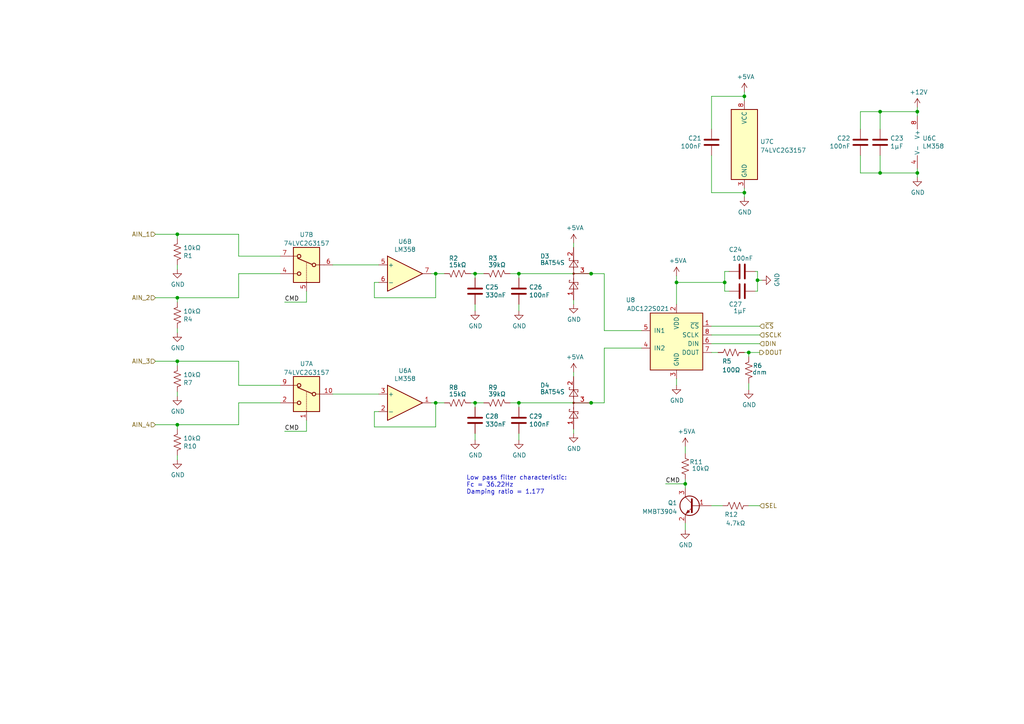
<source format=kicad_sch>
(kicad_sch (version 20231120) (generator "eeschema") (generator_version "8.0")
  (paper "A4")
  (title_block (title "Analog Inputs") (rev "1.1") (comment 2 "Released under CC BY-NC-SA license"))
  (lib_symbols
    (symbol "Amplifier_Operational:LM358" (pin_names (offset 0.127))
      (property "Reference" "U" (at 0 5.08 0))
      (property "Value" "LM358" (at 0 -5.08 0))
      (symbol "LM358_1_1"
        (polyline (pts (xy -5.08 5.08) (xy 5.08 0) (xy -5.08 -5.08) (xy -5.08 5.08)) (stroke (width 0.254)) (fill (type background)))
        (pin output line (at 7.62 0 180) (length 2.54) (name "~") (number "1"))
        (pin input line (at -7.62 -2.54 0) (length 2.54) (name "-") (number "2"))
        (pin input line (at -7.62 2.54 0) (length 2.54) (name "+") (number "3"))
      )
      (symbol "LM358_2_1"
        (polyline (pts (xy -5.08 5.08) (xy 5.08 0) (xy -5.08 -5.08) (xy -5.08 5.08)) (stroke (width 0.254)) (fill (type background)))
        (pin input line (at -7.62 2.54 0) (length 2.54) (name "+") (number "5"))
        (pin input line (at -7.62 -2.54 0) (length 2.54) (name "-") (number "6"))
        (pin output line (at 7.62 0 180) (length 2.54) (name "~") (number "7"))
      )
      (symbol "LM358_3_1"
        (pin power_in line (at -2.54 -7.62 90) (length 3.81) (name "V-") (number "4"))
        (pin power_in line (at -2.54 7.62 270) (length 3.81) (name "V+") (number "8"))
      )
    )
    (symbol "Device:C" (pin_numbers hide) (pin_names (offset 0.254))
      (property "Reference" "C" (at 0.635 2.54 0))
      (property "Value" "C" (at 0.635 -2.54 0))
      (symbol "C_0_1"
        (polyline (pts (xy -2.032 -0.762) (xy 2.032 -0.762)) (stroke (width 0.508)))
        (polyline (pts (xy -2.032 0.762) (xy 2.032 0.762)) (stroke (width 0.508)))
      )
      (symbol "C_1_1"
        (pin passive line (at 0 3.81 270) (length 2.794) (name "~") (number "1"))
        (pin passive line (at 0 -3.81 90) (length 2.794) (name "~") (number "2"))
      )
    )
    (symbol "Device:R_US" (pin_numbers hide) (pin_names (offset 0))
      (property "Reference" "R" (at 2.54 0 90))
      (property "Value" "R_US" (at -2.54 0 90))
      (symbol "R_US_0_1"
        (polyline (pts (xy 0 -2.286) (xy 0 -2.54)))
        (polyline (pts (xy 0 2.286) (xy 0 2.54)))
        (polyline (pts (xy 0 -0.762) (xy 1.016 -1.143) (xy 0 -1.524) (xy -1.016 -1.905) (xy 0 -2.286)))
        (polyline (pts (xy 0 0.762) (xy 1.016 0.381) (xy 0 0) (xy -1.016 -0.381) (xy 0 -0.762)))
        (polyline (pts (xy 0 2.286) (xy 1.016 1.905) (xy 0 1.524) (xy -1.016 1.143) (xy 0 0.762)))
      )
      (symbol "R_US_1_1"
        (pin passive line (at 0 3.81 270) (length 1.27) (name "~") (number "1"))
        (pin passive line (at 0 -3.81 90) (length 1.27) (name "~") (number "2"))
      )
    )
    (symbol "Diode:BAT54S" (pin_names (offset 1.016))
      (property "Reference" "D" (at 0.635 -3.81 0))
      (property "Value" "BAT54S" (at -6.35 3.175 0))
      (symbol "BAT54S_0_1"
        (polyline (pts (xy -3.81 0) (xy -1.27 0)))
        (polyline (pts (xy -3.175 -1.27) (xy -3.175 -1.016)))
        (polyline (pts (xy -2.54 -1.27) (xy -3.175 -1.27)))
        (polyline (pts (xy -2.54 -1.27) (xy -2.54 1.27)))
        (polyline (pts (xy -2.54 1.27) (xy -1.905 1.27)))
        (polyline (pts (xy -1.905 0) (xy 1.905 0)))
        (polyline (pts (xy -1.905 1.27) (xy -1.905 1.016)))
        (polyline (pts (xy 1.27 0) (xy 3.81 0)))
        (polyline (pts (xy 3.175 -1.27) (xy 3.175 -1.016)))
        (polyline (pts (xy 3.81 -1.27) (xy 3.175 -1.27)))
        (polyline (pts (xy 3.81 -1.27) (xy 3.81 1.27)))
        (polyline (pts (xy 3.81 1.27) (xy 4.445 1.27)))
        (polyline (pts (xy 4.445 1.27) (xy 4.445 1.016)))
        (polyline (pts (xy -4.445 1.27) (xy -4.445 -1.27) (xy -2.54 0) (xy -4.445 1.27)))
        (polyline (pts (xy 1.905 1.27) (xy 1.905 -1.27) (xy 3.81 0) (xy 1.905 1.27)))
        (circle (center 0 0) (radius 0.254) (fill (type outline)))
      )
      (symbol "BAT54S_1_1"
        (pin passive line (at -7.62 0 0) (length 3.81) (name "~") (number "1"))
        (pin passive line (at 7.62 0 180) (length 3.81) (name "~") (number "2"))
        (pin passive line (at 0 -5.08 90) (length 5.08) (name "~") (number "3"))
      )
    )
    (symbol "Nuovi_componenti:74LVC2G3157"
      (property "Reference" "U" (at -5.08 8.89 0))
      (property "Value" "74LVC2G3157" (at -5.08 6.985 0))
      (symbol "74LVC2G3157_1_1"
        (rectangle (start -3.81 5.08) (end 3.81 -5.08) (stroke (width 0.254)) (fill (type background)))
        (circle (center -2.159 0) (radius 0.508) (stroke (width 0.254)))
        (polyline (pts (xy -5.08 0) (xy -2.794 0)))
        (polyline (pts (xy -1.651 0.127) (xy 2.54 1.905)) (stroke (width 0.254)))
        (polyline (pts (xy 0 -5.08) (xy 0 -4.572)))
        (polyline (pts (xy 0 -4.318) (xy 0 -4.064)))
        (polyline (pts (xy 0 -3.81) (xy 0 -3.556)))
        (polyline (pts (xy 0 -3.302) (xy 0 -3.048)))
        (polyline (pts (xy 0 -2.794) (xy 0 -2.54)))
        (polyline (pts (xy 0 -2.286) (xy 0 -2.032)))
        (polyline (pts (xy 0 -1.778) (xy 0 -1.524)))
        (polyline (pts (xy 0 -1.27) (xy 0 -1.016)))
        (polyline (pts (xy 0 -0.762) (xy 0 -0.508)))
        (polyline (pts (xy 0 -0.254) (xy 0 0)))
        (polyline (pts (xy 0 0.254) (xy 0 0.508)))
        (polyline (pts (xy 5.08 -2.54) (xy 2.794 -2.54)))
        (polyline (pts (xy 5.08 2.54) (xy 2.794 2.54)))
        (circle (center 2.159 -2.54) (radius 0.508) (stroke (width 0.254)))
        (circle (center 2.159 2.54) (radius 0.508) (stroke (width 0.254)))
        (pin input line (at 0 -7.62 90) (length 2.54) (name "~") (number "1"))
        (pin passive line (at -7.62 0 0) (length 2.54) (name "~") (number "10"))
        (pin passive line (at 7.62 -2.54 180) (length 2.54) (name "~") (number "2"))
        (pin passive line (at 7.62 2.54 180) (length 2.54) (name "~") (number "9"))
      )
      (symbol "74LVC2G3157_2_1"
        (rectangle (start -3.81 5.08) (end 3.81 -5.08) (stroke (width 0.254)) (fill (type background)))
        (circle (center -2.159 0) (radius 0.508) (stroke (width 0.254)))
        (polyline (pts (xy -5.08 0) (xy -2.794 0)))
        (polyline (pts (xy -1.651 0.127) (xy 2.54 1.905)) (stroke (width 0.254)))
        (polyline (pts (xy 0 -5.08) (xy 0 -4.572)))
        (polyline (pts (xy 0 -4.318) (xy 0 -4.064)))
        (polyline (pts (xy 0 -3.81) (xy 0 -3.556)))
        (polyline (pts (xy 0 -3.302) (xy 0 -3.048)))
        (polyline (pts (xy 0 -2.794) (xy 0 -2.54)))
        (polyline (pts (xy 0 -2.286) (xy 0 -2.032)))
        (polyline (pts (xy 0 -1.778) (xy 0 -1.524)))
        (polyline (pts (xy 0 -1.27) (xy 0 -1.016)))
        (polyline (pts (xy 0 -0.762) (xy 0 -0.508)))
        (polyline (pts (xy 0 -0.254) (xy 0 0)))
        (polyline (pts (xy 0 0.254) (xy 0 0.508)))
        (polyline (pts (xy 5.08 -2.54) (xy 2.794 -2.54)))
        (polyline (pts (xy 5.08 2.54) (xy 2.794 2.54)))
        (circle (center 2.159 -2.54) (radius 0.508) (stroke (width 0.254)))
        (circle (center 2.159 2.54) (radius 0.508) (stroke (width 0.254)))
        (pin passive line (at 7.62 -2.54 180) (length 2.54) (name "~") (number "4"))
        (pin input line (at 0 -7.62 90) (length 2.54) (name "~") (number "5"))
        (pin passive line (at -7.62 0 0) (length 2.54) (name "~") (number "6"))
        (pin passive line (at 7.62 2.54 180) (length 2.54) (name "~") (number "7"))
      )
      (symbol "74LVC2G3157_3_1"
        (rectangle (start -3.81 10.16) (end 3.81 -10.16) (stroke (width 0.254)) (fill (type background)))
        (pin power_in line (at 0 -12.7 90) (length 2.54) (name "GND") (number "3"))
        (pin power_in line (at 0 12.7 270) (length 2.54) (name "VCC") (number "8"))
      )
    )
    (symbol "Nuovi_componenti:ADC122S021" (pin_names (offset 1.016))
      (property "Reference" "U" (at -6.35 8.89 0))
      (property "Value" "ADC122S021" (at 8.89 8.89 0))
      (symbol "ADC122S021_1_1"
        (rectangle (start 7.62 7.62) (end -7.62 -8.89) (stroke (width 0.254)) (fill (type background)))
        (pin input line (at 10.16 3.81 180) (length 2.54) (name "~{CS}") (number "1"))
        (pin power_in line (at 0 10.16 270) (length 2.54) (name "VDD") (number "2"))
        (pin power_in line (at 0 -11.43 90) (length 2.54) (name "GND") (number "3"))
        (pin input line (at -10.16 -2.54 0) (length 2.54) (name "IN2") (number "4"))
        (pin input line (at -10.16 2.54 0) (length 2.54) (name "IN1") (number "5"))
        (pin input line (at 10.16 -1.27 180) (length 2.54) (name "DIN") (number "6"))
        (pin output line (at 10.16 -3.81 180) (length 2.54) (name "DOUT") (number "7"))
        (pin input line (at 10.16 1.27 180) (length 2.54) (name "SCLK") (number "8"))
      )
    )
    (symbol "Transistor_BJT:MMBT3904" (pin_names (offset 0) hide)
      (property "Reference" "Q" (at 5.08 1.905 0))
      (property "Value" "MMBT3904" (at 5.08 0 0))
      (symbol "MMBT3904_0_1"
        (polyline (pts (xy 0.635 0.635) (xy 2.54 2.54)))
        (polyline (pts (xy 0.635 -0.635) (xy 2.54 -2.54) (xy 2.54 -2.54)))
        (polyline (pts (xy 0.635 1.905) (xy 0.635 -1.905) (xy 0.635 -1.905)) (stroke (width 0.508)))
        (polyline (pts (xy 1.27 -1.778) (xy 1.778 -1.27) (xy 2.286 -2.286) (xy 1.27 -1.778) (xy 1.27 -1.778)) (fill (type outline)))
        (circle (center 1.27 0) (radius 2.8194) (stroke (width 0.254)))
      )
      (symbol "MMBT3904_1_1"
        (pin input line (at -5.08 0 0) (length 5.715) (name "B") (number "1"))
        (pin passive line (at 2.54 -5.08 90) (length 2.54) (name "E") (number "2"))
        (pin passive line (at 2.54 5.08 270) (length 2.54) (name "C") (number "3"))
      )
    )
    (symbol "power:+12V" (power) (pin_names (offset 0))
      (property "Value" "+12V" (at 0 3.556 0))
      (symbol "+12V_0_1"
        (polyline (pts (xy -0.762 1.27) (xy 0 2.54)))
        (polyline (pts (xy 0 0) (xy 0 2.54)))
        (polyline (pts (xy 0 2.54) (xy 0.762 1.27)))
      )
      (symbol "+12V_1_1"
        (pin power_in line (at 0 0 90) (length 0) hide (name "+12V") (number "1"))
      )
    )
    (symbol "power:+5VA" (power) (pin_names (offset 0))
      (property "Value" "+5VA" (at 0 3.556 0))
      (symbol "+5VA_0_1"
        (polyline (pts (xy -0.762 1.27) (xy 0 2.54)))
        (polyline (pts (xy 0 0) (xy 0 2.54)))
        (polyline (pts (xy 0 2.54) (xy 0.762 1.27)))
      )
      (symbol "+5VA_1_1"
        (pin power_in line (at 0 0 90) (length 0) hide (name "+5VA") (number "1"))
      )
    )
    (symbol "power:GND" (power) (pin_names (offset 0))
      (property "Value" "GND" (at 0 -3.81 0))
      (symbol "GND_0_1"
        (polyline (pts (xy 0 0) (xy 0 -1.27) (xy 1.27 -1.27) (xy 0 -2.54) (xy -1.27 -1.27) (xy 0 -1.27)))
      )
      (symbol "GND_1_1"
        (pin power_in line (at 0 0 270) (length 0) hide (name "GND") (number "1"))
      )
    )
  )
  (junction (at 266.065 50.165))
  (junction (at 215.9 27.94))
  (junction (at 51.435 123.19))
  (junction (at 171.45 116.84))
  (junction (at 126.365 79.375))
  (junction (at 51.435 104.775))
  (junction (at 210.185 81.915))
  (junction (at 137.795 79.375))
  (junction (at 137.795 116.84))
  (junction (at 255.27 50.165))
  (junction (at 198.755 140.335))
  (junction (at 150.495 116.84))
  (junction (at 51.435 86.36))
  (junction (at 255.27 32.385))
  (junction (at 150.495 79.375))
  (junction (at 126.365 116.84))
  (junction (at 215.9 55.88))
  (junction (at 51.435 67.945))
  (junction (at 217.17 102.235))
  (junction (at 196.215 81.915))
  (junction (at 266.065 32.385))
  (junction (at 219.71 81.28))
  (junction (at 171.45 79.375))
  (wire (pts (xy 69.215 116.84) (xy 81.28 116.84)))
  (wire (pts (xy 69.215 104.775) (xy 69.215 111.76)))
  (wire (pts (xy 255.27 32.385) (xy 266.065 32.385)))
  (wire (pts (xy 211.455 84.455) (xy 210.185 84.455)))
  (wire (pts (xy 171.45 79.375) (xy 175.26 79.375)))
  (wire (pts (xy 108.585 123.825) (xy 126.365 123.825)))
  (wire (pts (xy 126.365 116.84) (xy 128.905 116.84)))
  (wire (pts (xy 217.17 146.685) (xy 220.345 146.685)))
  (wire (pts (xy 255.27 50.165) (xy 266.065 50.165)))
  (wire (pts (xy 137.795 80.645) (xy 137.795 79.375)))
  (wire (pts (xy 109.855 119.38) (xy 108.585 119.38)))
  (wire (pts (xy 211.455 78.74) (xy 210.185 78.74)))
  (wire (pts (xy 219.075 84.455) (xy 219.71 84.455)))
  (wire (pts (xy 219.71 78.74) (xy 219.075 78.74)))
  (wire (pts (xy 198.755 129.54) (xy 198.755 131.445)))
  (wire (pts (xy 45.085 67.945) (xy 51.435 67.945)))
  (wire (pts (xy 206.375 97.155) (xy 220.345 97.155)))
  (wire (pts (xy 255.27 45.085) (xy 255.27 50.165)))
  (wire (pts (xy 166.37 109.22) (xy 166.37 107.95)))
  (wire (pts (xy 150.495 118.11) (xy 150.495 116.84)))
  (wire (pts (xy 150.495 80.645) (xy 150.495 79.375)))
  (wire (pts (xy 109.855 81.915) (xy 108.585 81.915)))
  (wire (pts (xy 175.26 116.84) (xy 171.45 116.84)))
  (wire (pts (xy 51.435 86.36) (xy 51.435 87.63)))
  (wire (pts (xy 150.495 127.635) (xy 150.495 125.73)))
  (wire (pts (xy 126.365 79.375) (xy 126.365 86.36)))
  (wire (pts (xy 108.585 119.38) (xy 108.585 123.825)))
  (wire (pts (xy 175.26 100.965) (xy 175.26 116.84)))
  (wire (pts (xy 175.26 95.885) (xy 175.26 79.375)))
  (wire (pts (xy 206.375 99.695) (xy 220.345 99.695)))
  (wire (pts (xy 210.185 81.915) (xy 196.215 81.915)))
  (wire (pts (xy 108.585 86.36) (xy 126.365 86.36)))
  (wire (pts (xy 266.065 48.895) (xy 266.065 50.165)))
  (wire (pts (xy 69.215 79.375) (xy 69.215 86.36)))
  (wire (pts (xy 206.375 102.235) (xy 208.28 102.235)))
  (wire (pts (xy 51.435 123.19) (xy 51.435 124.46)))
  (wire (pts (xy 137.795 127.635) (xy 137.795 125.73)))
  (wire (pts (xy 219.71 81.28) (xy 219.71 78.74)))
  (wire (pts (xy 249.555 50.165) (xy 249.555 45.085)))
  (wire (pts (xy 166.37 88.265) (xy 166.37 86.995)))
  (wire (pts (xy 166.37 71.755) (xy 166.37 70.485)))
  (wire (pts (xy 266.065 50.165) (xy 266.065 51.435)))
  (wire (pts (xy 108.585 81.915) (xy 108.585 86.36)))
  (wire (pts (xy 51.435 78.105) (xy 51.435 76.835)))
  (wire (pts (xy 150.495 90.17) (xy 150.495 88.265)))
  (wire (pts (xy 51.435 123.19) (xy 69.215 123.19)))
  (wire (pts (xy 206.375 146.685) (xy 209.55 146.685)))
  (wire (pts (xy 215.9 27.94) (xy 215.9 29.21)))
  (wire (pts (xy 215.9 102.235) (xy 217.17 102.235)))
  (wire (pts (xy 219.71 81.28) (xy 220.98 81.28)))
  (wire (pts (xy 136.525 116.84) (xy 137.795 116.84)))
  (wire (pts (xy 206.375 55.88) (xy 206.375 45.085)))
  (wire (pts (xy 147.955 79.375) (xy 150.495 79.375)))
  (wire (pts (xy 96.52 76.835) (xy 109.855 76.835)))
  (wire (pts (xy 137.795 116.84) (xy 140.335 116.84)))
  (wire (pts (xy 137.795 79.375) (xy 140.335 79.375)))
  (wire (pts (xy 220.345 94.615) (xy 206.375 94.615)))
  (wire (pts (xy 51.435 133.35) (xy 51.435 132.08)))
  (wire (pts (xy 150.495 79.375) (xy 171.45 79.375)))
  (wire (pts (xy 266.065 32.385) (xy 266.065 33.655)))
  (wire (pts (xy 51.435 96.52) (xy 51.435 95.25)))
  (wire (pts (xy 186.055 100.965) (xy 175.26 100.965)))
  (wire (pts (xy 255.27 50.165) (xy 249.555 50.165)))
  (wire (pts (xy 137.795 90.17) (xy 137.795 88.265)))
  (wire (pts (xy 126.365 116.84) (xy 126.365 123.825)))
  (wire (pts (xy 166.37 125.73) (xy 166.37 124.46)))
  (wire (pts (xy 69.215 111.76) (xy 81.28 111.76)))
  (wire (pts (xy 210.185 81.915) (xy 210.185 84.455)))
  (wire (pts (xy 45.085 104.775) (xy 51.435 104.775)))
  (wire (pts (xy 219.71 84.455) (xy 219.71 81.28)))
  (wire (pts (xy 186.055 95.885) (xy 175.26 95.885)))
  (wire (pts (xy 249.555 32.385) (xy 249.555 37.465)))
  (wire (pts (xy 51.435 67.945) (xy 69.215 67.945)))
  (wire (pts (xy 217.17 102.235) (xy 217.17 103.505)))
  (wire (pts (xy 51.435 67.945) (xy 51.435 69.215)))
  (wire (pts (xy 215.9 55.88) (xy 206.375 55.88)))
  (wire (pts (xy 147.955 116.84) (xy 150.495 116.84)))
  (wire (pts (xy 69.215 67.945) (xy 69.215 74.295)))
  (wire (pts (xy 196.215 80.01) (xy 196.215 81.915)))
  (wire (pts (xy 51.435 86.36) (xy 69.215 86.36)))
  (wire (pts (xy 69.215 123.19) (xy 69.215 116.84)))
  (wire (pts (xy 82.55 87.63) (xy 88.9 87.63)))
  (wire (pts (xy 217.17 102.235) (xy 220.345 102.235)))
  (wire (pts (xy 136.525 79.375) (xy 137.795 79.375)))
  (wire (pts (xy 125.095 79.375) (xy 126.365 79.375)))
  (wire (pts (xy 255.27 32.385) (xy 255.27 37.465)))
  (wire (pts (xy 51.435 104.775) (xy 69.215 104.775)))
  (wire (pts (xy 198.755 151.765) (xy 198.755 153.67)))
  (wire (pts (xy 210.185 78.74) (xy 210.185 81.915)))
  (wire (pts (xy 88.9 121.92) (xy 88.9 125.095)))
  (wire (pts (xy 217.17 111.125) (xy 217.17 113.03)))
  (wire (pts (xy 69.215 74.295) (xy 81.28 74.295)))
  (wire (pts (xy 193.04 140.335) (xy 198.755 140.335)))
  (wire (pts (xy 215.9 27.94) (xy 206.375 27.94)))
  (wire (pts (xy 206.375 27.94) (xy 206.375 37.465)))
  (wire (pts (xy 96.52 114.3) (xy 109.855 114.3)))
  (wire (pts (xy 249.555 32.385) (xy 255.27 32.385)))
  (wire (pts (xy 198.755 139.065) (xy 198.755 140.335)))
  (wire (pts (xy 266.065 31.115) (xy 266.065 32.385)))
  (wire (pts (xy 215.9 55.88) (xy 215.9 57.15)))
  (wire (pts (xy 82.55 125.095) (xy 88.9 125.095)))
  (wire (pts (xy 126.365 79.375) (xy 128.905 79.375)))
  (wire (pts (xy 81.28 79.375) (xy 69.215 79.375)))
  (wire (pts (xy 45.085 86.36) (xy 51.435 86.36)))
  (wire (pts (xy 88.9 84.455) (xy 88.9 87.63)))
  (wire (pts (xy 51.435 104.775) (xy 51.435 106.045)))
  (wire (pts (xy 215.9 26.67) (xy 215.9 27.94)))
  (wire (pts (xy 196.215 81.915) (xy 196.215 88.265)))
  (wire (pts (xy 196.215 111.76) (xy 196.215 109.855)))
  (wire (pts (xy 137.795 118.11) (xy 137.795 116.84)))
  (wire (pts (xy 150.495 116.84) (xy 171.45 116.84)))
  (wire (pts (xy 51.435 114.935) (xy 51.435 113.665)))
  (wire (pts (xy 45.085 123.19) (xy 51.435 123.19)))
  (wire (pts (xy 198.755 140.335) (xy 198.755 141.605)))
  (wire (pts (xy 125.095 116.84) (xy 126.365 116.84)))
  (wire (pts (xy 215.9 54.61) (xy 215.9 55.88)))
  (text "Low pass filter characteristic:\nFc = 36.22Hz\nDamping ratio = 1.177" (at 135.255 143.51 0) (effects (font (size 1.27 1.27)) (justify left bottom)))
  (label "CMD" (at 82.55 87.63 0))
  (label "CMD" (at 193.04 140.335 0))
  (label "CMD" (at 82.55 125.095 0))
  (hierarchical_label "SEL" (shape input) (at 220.345 146.685 0))
  (hierarchical_label "AIN_2" (shape input) (at 45.085 86.36 180))
  (hierarchical_label "AIN_1" (shape input) (at 45.085 67.945 180))
  (hierarchical_label "AIN_3" (shape input) (at 45.085 104.775 180))
  (hierarchical_label "SCLK" (shape input) (at 220.345 97.155 0))
  (hierarchical_label "DIN" (shape input) (at 220.345 99.695 0))
  (hierarchical_label "AIN_4" (shape input) (at 45.085 123.19 180))
  (hierarchical_label "~{CS}" (shape input) (at 220.345 94.615 0))
  (hierarchical_label "DOUT" (shape output) (at 220.345 102.235 0))
  (symbol (lib_id "Nuovi_componenti:ADC122S021") (at 196.215 98.425 0) (unit 1)
    (property "Reference" "U8" (at 182.88 86.995 0))
    (property "Value" "ADC122S021" (at 187.96 89.535 0))
    (property "Footprint" "Package_SO:VSSOP-8_3.0x3.0mm_P0.65mm" (effects (hide yes)))
  )
  (symbol (lib_id "power:GND") (at 196.215 111.76 0) (unit 1)
    (property "Reference" "#PWR041" (effects (hide yes)))
    (property "Value" "GND" (at 196.342 116.1542 0))
  )
  (symbol (lib_id "Device:C") (at 215.265 84.455 90) (mirror x) (unit 1)
    (property "Reference" "C27" (at 215.265 88.265 90) (effects (justify left)))
    (property "Value" "1μF" (at 216.535 90.17 90) (effects (justify left)))
    (property "Footprint" "Capacitor_SMD:C_0603_1608Metric_Pad1.08x0.95mm_HandSolder" (effects (hide yes)))
  )
  (symbol (lib_id "power:GND") (at 220.98 81.28 90) (unit 1)
    (property "Reference" "#PWR035" (effects (hide yes)))
    (property "Value" "GND" (at 225.3742 81.153 0))
  )
  (symbol (lib_id "Device:R_US") (at 212.09 102.235 90) (unit 1)
    (property "Reference" "R5" (at 210.82 104.775 90))
    (property "Value" "100Ω" (at 212.09 107.315 90))
    (property "Footprint" "Resistor_SMD:R_0603_1608Metric_Pad0.98x0.95mm_HandSolder" (effects (hide yes)))
  )
  (symbol (lib_id "Device:R_US") (at 217.17 107.315 0) (mirror y) (unit 1)
    (property "Reference" "R6" (at 219.71 106.045 0))
    (property "Value" "dnm" (at 220.345 107.95 0))
    (property "Footprint" "Resistor_SMD:R_0805_2012Metric_Pad1.20x1.40mm_HandSolder" (effects (hide yes)))
  )
  (symbol (lib_id "power:GND") (at 217.17 113.03 0) (unit 1)
    (property "Reference" "#PWR042" (effects (hide yes)))
    (property "Value" "GND" (at 217.297 117.4242 0))
  )
  (symbol (lib_id "Device:C") (at 215.265 78.74 90) (unit 1)
    (property "Reference" "C24" (at 215.265 72.39 90) (effects (justify left)))
    (property "Value" "100nF" (at 218.44 74.93 90) (effects (justify left)))
    (property "Footprint" "Capacitor_SMD:C_0603_1608Metric_Pad1.08x0.95mm_HandSolder" (effects (hide yes)))
  )
  (symbol (lib_id "Diode:BAT54S") (at 166.37 116.84 90) (unit 1)
    (property "Reference" "D4" (at 159.385 111.76 90) (effects (justify left)))
    (property "Value" "BAT54S" (at 163.83 113.665 90) (effects (justify left)))
    (property "Footprint" "Package_TO_SOT_SMD:SOT-23" (effects (hide yes)))
    (property "Datasheet" "https://www.diodes.com/assets/Datasheets/ds11005.pdf" (effects (hide yes)))
  )
  (symbol (lib_id "Diode:BAT54S") (at 166.37 79.375 90) (unit 1)
    (property "Reference" "D3" (at 159.385 74.295 90) (effects (justify left)))
    (property "Value" "BAT54S" (at 163.83 76.2 90) (effects (justify left)))
    (property "Footprint" "Package_TO_SOT_SMD:SOT-23" (effects (hide yes)))
    (property "Datasheet" "https://www.diodes.com/assets/Datasheets/ds11005.pdf" (effects (hide yes)))
  )
  (symbol (lib_id "power:+5VA") (at 166.37 107.95 0) (unit 1)
    (property "Reference" "#PWR040" (effects (hide yes)))
    (property "Value" "+5VA" (at 166.751 103.5558 0))
  )
  (symbol (lib_id "power:+5VA") (at 196.215 80.01 0) (unit 1)
    (property "Reference" "#PWR034" (effects (hide yes)))
    (property "Value" "+5VA" (at 196.596 75.6158 0))
  )
  (symbol (lib_id "power:+5VA") (at 166.37 70.485 0) (unit 1)
    (property "Reference" "#PWR032" (effects (hide yes)))
    (property "Value" "+5VA" (at 166.751 66.0908 0))
  )
  (symbol (lib_id "power:GND") (at 166.37 88.265 0) (unit 1)
    (property "Reference" "#PWR036" (effects (hide yes)))
    (property "Value" "GND" (at 166.497 92.6592 0))
  )
  (symbol (lib_id "power:GND") (at 166.37 125.73 0) (unit 1)
    (property "Reference" "#PWR044" (effects (hide yes)))
    (property "Value" "GND" (at 166.497 130.1242 0))
  )
  (symbol (lib_id "Amplifier_Operational:LM358") (at 117.475 116.84 0) (unit 1)
    (property "Reference" "U6" (at 117.475 107.5182 0))
    (property "Value" "LM358" (at 117.475 109.8296 0))
    (property "Footprint" "Package_SO:SOIC-8_3.9x4.9mm_P1.27mm" (effects (hide yes)))
    (property "Datasheet" "http://www.ti.com/lit/ds/symlink/lm2904-n.pdf" (effects (hide yes)))
  )
  (symbol (lib_id "Amplifier_Operational:LM358") (at 117.475 79.375 0) (unit 2)
    (property "Reference" "U6" (at 117.475 70.0532 0))
    (property "Value" "LM358" (at 117.475 72.3646 0))
    (property "Footprint" "Package_SO:SOIC-8_3.9x4.9mm_P1.27mm" (effects (hide yes)))
    (property "Datasheet" "http://www.ti.com/lit/ds/symlink/lm2904-n.pdf" (effects (hide yes)))
  )
  (symbol (lib_id "Amplifier_Operational:LM358") (at 268.605 41.275 0) (unit 3)
    (property "Reference" "U6" (at 267.5382 40.1066 0) (effects (justify left)))
    (property "Value" "LM358" (at 267.5382 42.418 0) (effects (justify left)))
    (property "Footprint" "Package_SO:SOIC-8_3.9x4.9mm_P1.27mm" (effects (hide yes)))
    (property "Datasheet" "http://www.ti.com/lit/ds/symlink/lm2904-n.pdf" (effects (hide yes)))
  )
  (symbol (lib_id "power:GND") (at 137.795 90.17 0) (unit 1)
    (property "Reference" "#PWR037" (effects (hide yes)))
    (property "Value" "GND" (at 137.922 94.5642 0))
  )
  (symbol (lib_id "Device:R_US") (at 51.435 73.025 0) (mirror x) (unit 1)
    (property "Reference" "R1" (at 53.1622 74.1934 0) (effects (justify left)))
    (property "Value" "10kΩ" (at 53.1622 71.882 0) (effects (justify left)))
    (property "Footprint" "Resistor_SMD:R_0805_2012Metric_Pad1.20x1.40mm_HandSolder" (effects (hide yes)))
  )
  (symbol (lib_id "power:GND") (at 51.435 78.105 0) (unit 1)
    (property "Reference" "#PWR033" (effects (hide yes)))
    (property "Value" "GND" (at 51.562 82.4992 0))
  )
  (symbol (lib_id "Device:R_US") (at 132.715 116.84 270) (mirror x) (unit 1)
    (property "Reference" "R8" (at 130.175 112.395 90) (effects (justify left)))
    (property "Value" "15kΩ" (at 130.175 114.3 90) (effects (justify left)))
    (property "Footprint" "Resistor_SMD:R_0603_1608Metric_Pad0.98x0.95mm_HandSolder" (effects (hide yes)))
  )
  (symbol (lib_id "Device:R_US") (at 144.145 116.84 270) (mirror x) (unit 1)
    (property "Reference" "R9" (at 141.605 112.395 90) (effects (justify left)))
    (property "Value" "39kΩ" (at 141.605 114.3 90) (effects (justify left)))
    (property "Footprint" "Resistor_SMD:R_0603_1608Metric_Pad0.98x0.95mm_HandSolder" (effects (hide yes)))
  )
  (symbol (lib_id "Device:C") (at 150.495 121.92 0) (unit 1)
    (property "Reference" "C29" (at 153.416 120.7516 0) (effects (justify left)))
    (property "Value" "100nF" (at 153.416 123.063 0) (effects (justify left)))
    (property "Footprint" "Capacitor_SMD:C_0603_1608Metric_Pad1.08x0.95mm_HandSolder" (effects (hide yes)))
  )
  (symbol (lib_id "Device:C") (at 137.795 121.92 0) (unit 1)
    (property "Reference" "C28" (at 140.716 120.7516 0) (effects (justify left)))
    (property "Value" "330nF" (at 140.716 123.063 0) (effects (justify left)))
    (property "Footprint" "Capacitor_SMD:C_0805_2012Metric_Pad1.18x1.45mm_HandSolder" (effects (hide yes)))
  )
  (symbol (lib_id "power:GND") (at 150.495 127.635 0) (unit 1)
    (property "Reference" "#PWR046" (effects (hide yes)))
    (property "Value" "GND" (at 150.622 132.0292 0))
  )
  (symbol (lib_id "power:GND") (at 137.795 127.635 0) (unit 1)
    (property "Reference" "#PWR045" (effects (hide yes)))
    (property "Value" "GND" (at 137.922 132.0292 0))
  )
  (symbol (lib_id "Device:R_US") (at 132.715 79.375 270) (mirror x) (unit 1)
    (property "Reference" "R2" (at 130.175 74.93 90) (effects (justify left)))
    (property "Value" "15kΩ" (at 130.175 76.835 90) (effects (justify left)))
    (property "Footprint" "Resistor_SMD:R_0603_1608Metric_Pad0.98x0.95mm_HandSolder" (effects (hide yes)))
  )
  (symbol (lib_id "Device:R_US") (at 144.145 79.375 270) (mirror x) (unit 1)
    (property "Reference" "R3" (at 141.605 74.93 90) (effects (justify left)))
    (property "Value" "39kΩ" (at 141.605 76.835 90) (effects (justify left)))
    (property "Footprint" "Resistor_SMD:R_0603_1608Metric_Pad0.98x0.95mm_HandSolder" (effects (hide yes)))
  )
  (symbol (lib_id "Device:C") (at 150.495 84.455 0) (unit 1)
    (property "Reference" "C26" (at 153.416 83.2866 0) (effects (justify left)))
    (property "Value" "100nF" (at 153.416 85.598 0) (effects (justify left)))
    (property "Footprint" "Capacitor_SMD:C_0603_1608Metric_Pad1.08x0.95mm_HandSolder" (effects (hide yes)))
  )
  (symbol (lib_id "Device:C") (at 137.795 84.455 0) (unit 1)
    (property "Reference" "C25" (at 140.716 83.2866 0) (effects (justify left)))
    (property "Value" "330nF" (at 140.716 85.598 0) (effects (justify left)))
    (property "Footprint" "Capacitor_SMD:C_0805_2012Metric_Pad1.18x1.45mm_HandSolder" (effects (hide yes)))
  )
  (symbol (lib_id "power:GND") (at 150.495 90.17 0) (unit 1)
    (property "Reference" "#PWR038" (effects (hide yes)))
    (property "Value" "GND" (at 150.622 94.5642 0))
  )
  (symbol (lib_id "power:GND") (at 266.065 51.435 0) (unit 1)
    (property "Reference" "#PWR030" (effects (hide yes)))
    (property "Value" "GND" (at 266.192 55.8292 0))
  )
  (symbol (lib_id "power:+12V") (at 266.065 31.115 0) (unit 1)
    (property "Reference" "#PWR029" (effects (hide yes)))
    (property "Value" "+12V" (at 266.446 26.7208 0))
  )
  (symbol (lib_id "Device:C") (at 249.555 41.275 0) (mirror x) (unit 1)
    (property "Reference" "C22" (at 246.6594 40.1066 0) (effects (justify right)))
    (property "Value" "100nF" (at 246.6594 42.418 0) (effects (justify right)))
    (property "Footprint" "Capacitor_SMD:C_0603_1608Metric_Pad1.08x0.95mm_HandSolder" (effects (hide yes)))
  )
  (symbol (lib_id "Device:C") (at 255.27 41.275 0) (unit 1)
    (property "Reference" "C23" (at 258.191 40.1066 0) (effects (justify left)))
    (property "Value" "1μF" (at 258.191 42.418 0) (effects (justify left)))
    (property "Footprint" "Capacitor_SMD:C_0603_1608Metric_Pad1.08x0.95mm_HandSolder" (effects (hide yes)))
  )
  (symbol (lib_id "Device:R_US") (at 51.435 128.27 0) (mirror x) (unit 1)
    (property "Reference" "R10" (at 53.1622 129.4384 0) (effects (justify left)))
    (property "Value" "10kΩ" (at 53.1622 127.127 0) (effects (justify left)))
    (property "Footprint" "Resistor_SMD:R_0805_2012Metric_Pad1.20x1.40mm_HandSolder" (effects (hide yes)))
  )
  (symbol (lib_id "Device:R_US") (at 51.435 109.855 0) (mirror x) (unit 1)
    (property "Reference" "R7" (at 53.1622 111.0234 0) (effects (justify left)))
    (property "Value" "10kΩ" (at 53.1622 108.712 0) (effects (justify left)))
    (property "Footprint" "Resistor_SMD:R_0805_2012Metric_Pad1.20x1.40mm_HandSolder" (effects (hide yes)))
  )
  (symbol (lib_id "Nuovi_componenti:74LVC2G3157") (at 88.9 76.835 0) (mirror y) (unit 2)
    (property "Reference" "U7" (at 88.9 68.0552 0))
    (property "Value" "74LVC2G3157" (at 88.9 70.5921 0))
    (property "Footprint" "Package_SO:TSSOP-10_3x3mm_P0.5mm" (effects (hide yes)))
    (property "Datasheet" "https://assets.nexperia.com/documents/data-sheet/74LVC2G3157.pdf" (effects (hide yes)))
  )
  (symbol (lib_id "Device:R_US") (at 51.435 91.44 0) (mirror x) (unit 1)
    (property "Reference" "R4" (at 53.1622 92.6084 0) (effects (justify left)))
    (property "Value" "10kΩ" (at 53.1622 90.297 0) (effects (justify left)))
    (property "Footprint" "Resistor_SMD:R_0805_2012Metric_Pad1.20x1.40mm_HandSolder" (effects (hide yes)))
  )
  (symbol (lib_id "power:+5VA") (at 215.9 26.67 0) (unit 1)
    (property "Reference" "#PWR028" (effects (hide yes)))
    (property "Value" "+5VA" (at 216.281 22.2758 0))
  )
  (symbol (lib_id "power:GND") (at 51.435 133.35 0) (unit 1)
    (property "Reference" "#PWR048" (effects (hide yes)))
    (property "Value" "GND" (at 51.562 137.7442 0))
  )
  (symbol (lib_id "Device:R_US") (at 213.36 146.685 90) (unit 1)
    (property "Reference" "R12" (at 212.09 149.225 90))
    (property "Value" "4.7kΩ" (at 213.36 151.765 90))
    (property "Footprint" "Resistor_SMD:R_0603_1608Metric_Pad0.98x0.95mm_HandSolder" (effects (hide yes)))
  )
  (symbol (lib_id "Nuovi_componenti:74LVC2G3157") (at 88.9 114.3 0) (mirror y) (unit 1)
    (property "Reference" "U7" (at 88.9 105.5202 0))
    (property "Value" "74LVC2G3157" (at 88.9 108.0571 0))
    (property "Footprint" "Package_SO:TSSOP-10_3x3mm_P0.5mm" (effects (hide yes)))
    (property "Datasheet" "https://assets.nexperia.com/documents/data-sheet/74LVC2G3157.pdf" (effects (hide yes)))
  )
  (symbol (lib_id "power:+5VA") (at 198.755 129.54 0) (unit 1)
    (property "Reference" "#PWR047" (effects (hide yes)))
    (property "Value" "+5VA" (at 199.136 125.1458 0))
  )
  (symbol (lib_id "Nuovi_componenti:74LVC2G3157") (at 215.9 41.91 0) (mirror y) (unit 3)
    (property "Reference" "U7" (at 220.472 41.0753 0) (effects (justify right)))
    (property "Value" "74LVC2G3157" (at 220.472 43.6122 0) (effects (justify right)))
    (property "Footprint" "Package_SO:TSSOP-10_3x3mm_P0.5mm" (effects (hide yes)))
    (property "Datasheet" "https://assets.nexperia.com/documents/data-sheet/74LVC2G3157.pdf" (effects (hide yes)))
  )
  (symbol (lib_id "Transistor_BJT:MMBT3904") (at 201.295 146.685 0) (mirror y) (unit 1)
    (property "Reference" "Q1" (at 196.4436 145.8503 0) (effects (justify left)))
    (property "Value" "MMBT3904" (at 196.4436 148.3872 0) (effects (justify left)))
    (property "Footprint" "Package_TO_SOT_SMD:SOT-23" (effects (hide yes)))
    (property "Datasheet" "https://www.onsemi.com/pub/Collateral/2N3903-D.PDF" (effects (hide yes)))
  )
  (symbol (lib_id "power:GND") (at 51.435 96.52 0) (unit 1)
    (property "Reference" "#PWR039" (effects (hide yes)))
    (property "Value" "GND" (at 51.562 100.9142 0))
  )
  (symbol (lib_id "Device:C") (at 206.375 41.275 0) (mirror x) (unit 1)
    (property "Reference" "C21" (at 203.4794 40.1066 0) (effects (justify right)))
    (property "Value" "100nF" (at 203.4794 42.418 0) (effects (justify right)))
    (property "Footprint" "Capacitor_SMD:C_0603_1608Metric_Pad1.08x0.95mm_HandSolder" (effects (hide yes)))
  )
  (symbol (lib_id "power:GND") (at 215.9 57.15 0) (unit 1)
    (property "Reference" "#PWR031" (effects (hide yes)))
    (property "Value" "GND" (at 216.027 61.5442 0))
  )
  (symbol (lib_id "power:GND") (at 51.435 114.935 0) (unit 1)
    (property "Reference" "#PWR043" (effects (hide yes)))
    (property "Value" "GND" (at 51.562 119.3292 0))
  )
  (symbol (lib_id "Device:R_US") (at 198.755 135.255 180) (unit 1)
    (property "Reference" "R11" (at 201.93 133.985 0))
    (property "Value" "10kΩ" (at 203.2 135.89 0))
    (property "Footprint" "Resistor_SMD:R_0805_2012Metric_Pad1.20x1.40mm_HandSolder" (effects (hide yes)))
  )
  (symbol (lib_id "power:GND") (at 198.755 153.67 0) (unit 1)
    (property "Reference" "#PWR049" (effects (hide yes)))
    (property "Value" "GND" (at 198.882 158.0642 0))
  )
)
</source>
